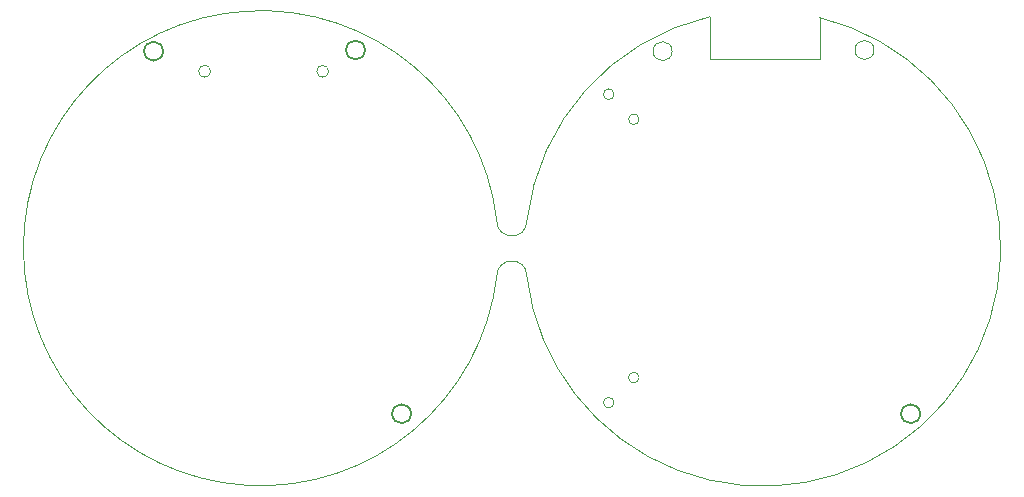
<source format=gbr>
%TF.GenerationSoftware,KiCad,Pcbnew,9.0.1-9.0.1-0~ubuntu22.04.1*%
%TF.CreationDate,2025-04-16T22:26:59+05:30*%
%TF.ProjectId,BEEWATCH MK2,42454557-4154-4434-9820-4d4b322e6b69,rev?*%
%TF.SameCoordinates,Original*%
%TF.FileFunction,Profile,NP*%
%FSLAX46Y46*%
G04 Gerber Fmt 4.6, Leading zero omitted, Abs format (unit mm)*
G04 Created by KiCad (PCBNEW 9.0.1-9.0.1-0~ubuntu22.04.1) date 2025-04-16 22:26:59*
%MOMM*%
%LPD*%
G01*
G04 APERTURE LIST*
%TA.AperFunction,Profile*%
%ADD10C,0.150000*%
%TD*%
%TA.AperFunction,Profile*%
%ADD11C,0.100000*%
%TD*%
G04 APERTURE END LIST*
D10*
X13300000Y-14000000D02*
G75*
G02*
X11700000Y-14000000I-800000J0D01*
G01*
X11700000Y-14000000D02*
G75*
G02*
X13300000Y-14000000I800000J0D01*
G01*
X-29800000Y-14000000D02*
G75*
G02*
X-31400000Y-14000000I-800000J0D01*
G01*
X-31400000Y-14000000D02*
G75*
G02*
X-29800000Y-14000000I800000J0D01*
G01*
D11*
X-4509548Y16000000D02*
X4790452Y16000000D01*
X-22536791Y-2330000D02*
G75*
G02*
X-22531868Y2330000I-19970909J2351100D01*
G01*
X4790452Y16000000D02*
X4790452Y19550000D01*
X9406226Y16800000D02*
G75*
G02*
X7793774Y16800000I-806226J0D01*
G01*
X7793774Y16800000D02*
G75*
G02*
X9406226Y16800000I806226J0D01*
G01*
X-4509548Y19619223D02*
X-4509548Y16000000D01*
D10*
X-50800000Y16700000D02*
G75*
G02*
X-52400000Y16700000I-800000J0D01*
G01*
X-52400000Y16700000D02*
G75*
G02*
X-50800000Y16700000I800000J0D01*
G01*
D11*
X-7693774Y16700000D02*
G75*
G02*
X-9306226Y16700000I-806226J0D01*
G01*
X-9306226Y16700000D02*
G75*
G02*
X-7693774Y16700000I806226J0D01*
G01*
D10*
X-33700000Y16800000D02*
G75*
G02*
X-35300000Y16800000I-800000J0D01*
G01*
X-35300000Y16800000D02*
G75*
G02*
X-33700000Y16800000I800000J0D01*
G01*
D11*
X4790452Y19550000D02*
G75*
G02*
X-19993034Y-2330136I-4790452J-19550000D01*
G01*
X-19991866Y2330000D02*
G75*
G02*
X-4508736Y19615680I19991866J-2330000D01*
G01*
%TO.C,mouse-bite-2.54mm-slot*%
X-22531866Y-2330000D02*
G75*
G02*
X-19991866Y-2330000I1270000J0D01*
G01*
X-19991866Y2330000D02*
G75*
G02*
X-22531866Y2330000I-1270000J0D01*
G01*
%TO.C,DS1*%
X-46768366Y14997115D02*
G75*
G02*
X-47788170Y14997115I-509902J0D01*
G01*
X-47788170Y14997115D02*
G75*
G02*
X-46768366Y14997115I509902J0D01*
G01*
X-36778268Y14997115D02*
G75*
G02*
X-37778268Y14997115I-500000J0D01*
G01*
X-37778268Y14997115D02*
G75*
G02*
X-36778268Y14997115I500000J0D01*
G01*
%TO.C,SW1*%
X-12613446Y13060660D02*
G75*
G02*
X-13507874Y13060660I-447214J0D01*
G01*
X-13507874Y13060660D02*
G75*
G02*
X-12613446Y13060660I447214J0D01*
G01*
X-10492126Y10939340D02*
G75*
G02*
X-11386554Y10939340I-447214J0D01*
G01*
X-11386554Y10939340D02*
G75*
G02*
X-10492126Y10939340I447214J0D01*
G01*
%TO.C,SW2*%
X-12613446Y-13060660D02*
G75*
G02*
X-13507874Y-13060660I-447214J0D01*
G01*
X-13507874Y-13060660D02*
G75*
G02*
X-12613446Y-13060660I447214J0D01*
G01*
X-10492126Y-10939340D02*
G75*
G02*
X-11386554Y-10939340I-447214J0D01*
G01*
X-11386554Y-10939340D02*
G75*
G02*
X-10492126Y-10939340I447214J0D01*
G01*
%TD*%
M02*

</source>
